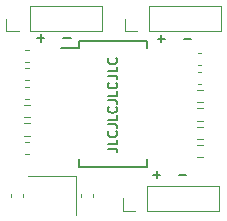
<source format=gbr>
%TF.GenerationSoftware,KiCad,Pcbnew,7.0.7*%
%TF.CreationDate,2023-08-27T10:12:23+07:00*%
%TF.ProjectId,TinyUSBHub,54696e79-5553-4424-9875-622e6b696361,rev?*%
%TF.SameCoordinates,Original*%
%TF.FileFunction,Legend,Top*%
%TF.FilePolarity,Positive*%
%FSLAX46Y46*%
G04 Gerber Fmt 4.6, Leading zero omitted, Abs format (unit mm)*
G04 Created by KiCad (PCBNEW 7.0.7) date 2023-08-27 10:12:23*
%MOMM*%
%LPD*%
G01*
G04 APERTURE LIST*
%ADD10C,0.150000*%
%ADD11C,0.120000*%
G04 APERTURE END LIST*
D10*
X115084295Y-102362268D02*
X115655723Y-102362268D01*
X115655723Y-102362268D02*
X115770009Y-102400363D01*
X115770009Y-102400363D02*
X115846200Y-102476554D01*
X115846200Y-102476554D02*
X115884295Y-102590839D01*
X115884295Y-102590839D02*
X115884295Y-102667030D01*
X115884295Y-101600363D02*
X115884295Y-101981315D01*
X115884295Y-101981315D02*
X115084295Y-101981315D01*
X115808104Y-100876553D02*
X115846200Y-100914649D01*
X115846200Y-100914649D02*
X115884295Y-101028934D01*
X115884295Y-101028934D02*
X115884295Y-101105125D01*
X115884295Y-101105125D02*
X115846200Y-101219411D01*
X115846200Y-101219411D02*
X115770009Y-101295601D01*
X115770009Y-101295601D02*
X115693819Y-101333696D01*
X115693819Y-101333696D02*
X115541438Y-101371792D01*
X115541438Y-101371792D02*
X115427152Y-101371792D01*
X115427152Y-101371792D02*
X115274771Y-101333696D01*
X115274771Y-101333696D02*
X115198580Y-101295601D01*
X115198580Y-101295601D02*
X115122390Y-101219411D01*
X115122390Y-101219411D02*
X115084295Y-101105125D01*
X115084295Y-101105125D02*
X115084295Y-101028934D01*
X115084295Y-101028934D02*
X115122390Y-100914649D01*
X115122390Y-100914649D02*
X115160485Y-100876553D01*
X115084295Y-100305125D02*
X115655723Y-100305125D01*
X115655723Y-100305125D02*
X115770009Y-100343220D01*
X115770009Y-100343220D02*
X115846200Y-100419411D01*
X115846200Y-100419411D02*
X115884295Y-100533696D01*
X115884295Y-100533696D02*
X115884295Y-100609887D01*
X115884295Y-99543220D02*
X115884295Y-99924172D01*
X115884295Y-99924172D02*
X115084295Y-99924172D01*
X115808104Y-98819410D02*
X115846200Y-98857506D01*
X115846200Y-98857506D02*
X115884295Y-98971791D01*
X115884295Y-98971791D02*
X115884295Y-99047982D01*
X115884295Y-99047982D02*
X115846200Y-99162268D01*
X115846200Y-99162268D02*
X115770009Y-99238458D01*
X115770009Y-99238458D02*
X115693819Y-99276553D01*
X115693819Y-99276553D02*
X115541438Y-99314649D01*
X115541438Y-99314649D02*
X115427152Y-99314649D01*
X115427152Y-99314649D02*
X115274771Y-99276553D01*
X115274771Y-99276553D02*
X115198580Y-99238458D01*
X115198580Y-99238458D02*
X115122390Y-99162268D01*
X115122390Y-99162268D02*
X115084295Y-99047982D01*
X115084295Y-99047982D02*
X115084295Y-98971791D01*
X115084295Y-98971791D02*
X115122390Y-98857506D01*
X115122390Y-98857506D02*
X115160485Y-98819410D01*
X115084295Y-98247982D02*
X115655723Y-98247982D01*
X115655723Y-98247982D02*
X115770009Y-98286077D01*
X115770009Y-98286077D02*
X115846200Y-98362268D01*
X115846200Y-98362268D02*
X115884295Y-98476553D01*
X115884295Y-98476553D02*
X115884295Y-98552744D01*
X115884295Y-97486077D02*
X115884295Y-97867029D01*
X115884295Y-97867029D02*
X115084295Y-97867029D01*
X115808104Y-96762267D02*
X115846200Y-96800363D01*
X115846200Y-96800363D02*
X115884295Y-96914648D01*
X115884295Y-96914648D02*
X115884295Y-96990839D01*
X115884295Y-96990839D02*
X115846200Y-97105125D01*
X115846200Y-97105125D02*
X115770009Y-97181315D01*
X115770009Y-97181315D02*
X115693819Y-97219410D01*
X115693819Y-97219410D02*
X115541438Y-97257506D01*
X115541438Y-97257506D02*
X115427152Y-97257506D01*
X115427152Y-97257506D02*
X115274771Y-97219410D01*
X115274771Y-97219410D02*
X115198580Y-97181315D01*
X115198580Y-97181315D02*
X115122390Y-97105125D01*
X115122390Y-97105125D02*
X115084295Y-96990839D01*
X115084295Y-96990839D02*
X115084295Y-96914648D01*
X115084295Y-96914648D02*
X115122390Y-96800363D01*
X115122390Y-96800363D02*
X115160485Y-96762267D01*
X115084295Y-96190839D02*
X115655723Y-96190839D01*
X115655723Y-96190839D02*
X115770009Y-96228934D01*
X115770009Y-96228934D02*
X115846200Y-96305125D01*
X115846200Y-96305125D02*
X115884295Y-96419410D01*
X115884295Y-96419410D02*
X115884295Y-96495601D01*
X115884295Y-95428934D02*
X115884295Y-95809886D01*
X115884295Y-95809886D02*
X115084295Y-95809886D01*
X115808104Y-94705124D02*
X115846200Y-94743220D01*
X115846200Y-94743220D02*
X115884295Y-94857505D01*
X115884295Y-94857505D02*
X115884295Y-94933696D01*
X115884295Y-94933696D02*
X115846200Y-95047982D01*
X115846200Y-95047982D02*
X115770009Y-95124172D01*
X115770009Y-95124172D02*
X115693819Y-95162267D01*
X115693819Y-95162267D02*
X115541438Y-95200363D01*
X115541438Y-95200363D02*
X115427152Y-95200363D01*
X115427152Y-95200363D02*
X115274771Y-95162267D01*
X115274771Y-95162267D02*
X115198580Y-95124172D01*
X115198580Y-95124172D02*
X115122390Y-95047982D01*
X115122390Y-95047982D02*
X115084295Y-94933696D01*
X115084295Y-94933696D02*
X115084295Y-94857505D01*
X115084295Y-94857505D02*
X115122390Y-94743220D01*
X115122390Y-94743220D02*
X115160485Y-94705124D01*
X119299160Y-93059533D02*
X119908684Y-93059533D01*
X119603922Y-93364295D02*
X119603922Y-92754771D01*
X121508684Y-93059533D02*
X122118208Y-93059533D01*
X109099160Y-92979533D02*
X109708684Y-92979533D01*
X109403922Y-93284295D02*
X109403922Y-92674771D01*
X111308684Y-92979533D02*
X111918208Y-92979533D01*
X118909160Y-104549533D02*
X119518684Y-104549533D01*
X119213922Y-104854295D02*
X119213922Y-104244771D01*
X121118684Y-104549533D02*
X121728208Y-104549533D01*
D11*
%TO.C,J3*%
X108525000Y-90290000D02*
X114585000Y-90290000D01*
X108525000Y-92410000D02*
X108525000Y-90290000D01*
X106465000Y-92410000D02*
X106465000Y-91350000D01*
X114585000Y-92410000D02*
X114585000Y-90290000D01*
X107525000Y-92410000D02*
X106465000Y-92410000D01*
X108525000Y-92410000D02*
X114585000Y-92410000D01*
%TO.C,J2*%
X118575000Y-90290000D02*
X124635000Y-90290000D01*
X118575000Y-92410000D02*
X118575000Y-90290000D01*
X116515000Y-92410000D02*
X116515000Y-91350000D01*
X124635000Y-92410000D02*
X124635000Y-90290000D01*
X117575000Y-92410000D02*
X116515000Y-92410000D01*
X118575000Y-92410000D02*
X124635000Y-92410000D01*
%TO.C,J1*%
X118400000Y-105515000D02*
X124460000Y-105515000D01*
X118400000Y-107635000D02*
X118400000Y-105515000D01*
X116340000Y-107635000D02*
X116340000Y-106575000D01*
X124460000Y-107635000D02*
X124460000Y-105515000D01*
X117400000Y-107635000D02*
X116340000Y-107635000D01*
X118400000Y-107635000D02*
X124460000Y-107635000D01*
%TO.C,Y1*%
X112350000Y-107975000D02*
X112350000Y-104675000D01*
X112350000Y-104675000D02*
X108350000Y-104675000D01*
D10*
%TO.C,U1*%
X112675000Y-103875000D02*
X112675000Y-103225000D01*
X118425000Y-93225000D02*
X118425000Y-93875000D01*
X112675000Y-93225000D02*
X118425000Y-93225000D01*
X112675000Y-93800000D02*
X111075000Y-93800000D01*
X118425000Y-103875000D02*
X118425000Y-103225000D01*
X112675000Y-103875000D02*
X118425000Y-103875000D01*
X112675000Y-93225000D02*
X112675000Y-93800000D01*
D11*
%TO.C,R7*%
X122595276Y-98927500D02*
X123104724Y-98927500D01*
X122595276Y-99972500D02*
X123104724Y-99972500D01*
%TO.C,R6*%
X122595276Y-97370500D02*
X123104724Y-97370500D01*
X122595276Y-98415500D02*
X123104724Y-98415500D01*
%TO.C,R5*%
X123104724Y-101529500D02*
X122595276Y-101529500D01*
X123104724Y-100484500D02*
X122595276Y-100484500D01*
%TO.C,R4*%
X123104724Y-103086500D02*
X122595276Y-103086500D01*
X123104724Y-102041500D02*
X122595276Y-102041500D01*
%TO.C,R3*%
X107995276Y-98644500D02*
X108504724Y-98644500D01*
X107995276Y-99689500D02*
X108504724Y-99689500D01*
%TO.C,R1*%
X108504724Y-101248500D02*
X107995276Y-101248500D01*
X108504724Y-100203500D02*
X107995276Y-100203500D01*
%TO.C,C12*%
X106890000Y-106471267D02*
X106890000Y-106178733D01*
X107910000Y-106471267D02*
X107910000Y-106178733D01*
%TO.C,C11*%
X113810000Y-106178733D02*
X113810000Y-106471267D01*
X112790000Y-106178733D02*
X112790000Y-106471267D01*
%TO.C,C6*%
X108396267Y-102795000D02*
X108103733Y-102795000D01*
X108396267Y-101775000D02*
X108103733Y-101775000D01*
%TO.C,C5*%
X108396267Y-95000000D02*
X108103733Y-95000000D01*
X108396267Y-93980000D02*
X108103733Y-93980000D01*
%TO.C,C4*%
X108396267Y-96559000D02*
X108103733Y-96559000D01*
X108396267Y-95539000D02*
X108103733Y-95539000D01*
%TO.C,C3*%
X122703733Y-95826000D02*
X122996267Y-95826000D01*
X122703733Y-96846000D02*
X122996267Y-96846000D01*
%TO.C,C2*%
X108396267Y-98118000D02*
X108103733Y-98118000D01*
X108396267Y-97098000D02*
X108103733Y-97098000D01*
%TO.C,C1*%
X122703733Y-94269000D02*
X122996267Y-94269000D01*
X122703733Y-95289000D02*
X122996267Y-95289000D01*
%TD*%
M02*

</source>
